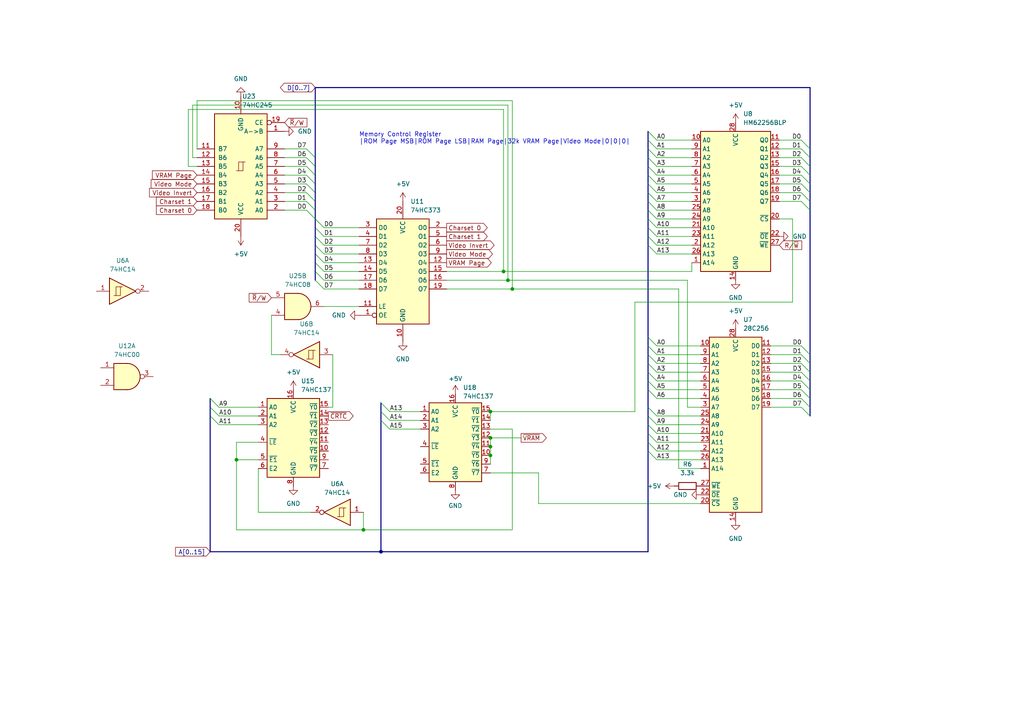
<source format=kicad_sch>
(kicad_sch (version 20230121) (generator eeschema)
  (paper "A4")
  (title_block (title "ʕ·ᴥ·ʔ-memory"))
  (lib_symbols
    (symbol "74xx:74HC00" (pin_names (offset 1.016))
      (property "Reference" "U" (at 0 1.27 0))
      (property "Value" "74HC00" (at 0 -1.27 0))
      (symbol "74HC00_1_1"
        (arc (start 0 -3.81) (mid 3.7934 0) (end 0 3.81) (stroke (width 0.254)) (fill (type background)))
        (polyline (pts (xy 0 3.81) (xy -3.81 3.81) (xy -3.81 -3.81) (xy 0 -3.81)) (stroke (width 0.254)) (fill (type background)))
        (pin input line (at -7.62 2.54 0) (length 3.81) (name "~") (number "1"))
        (pin input line (at -7.62 -2.54 0) (length 3.81) (name "~") (number "2"))
        (pin output inverted (at 7.62 0 180) (length 3.81) (name "~") (number "3"))
      )
      (symbol "74HC00_1_2"
        (arc (start -3.81 -3.81) (mid -2.589 0) (end -3.81 3.81) (stroke (width 0.254)))
        (arc (start -0.6096 -3.81) (mid 2.1842 -2.5851) (end 3.81 0) (stroke (width 0.254)) (fill (type background)))
        (polyline (pts (xy -3.81 -3.81) (xy -0.635 -3.81)) (stroke (width 0.254)) (fill (type background)))
        (polyline (pts (xy -3.81 3.81) (xy -0.635 3.81)) (stroke (width 0.254)) (fill (type background)))
        (polyline (pts (xy -0.635 3.81) (xy -3.81 3.81) (xy -3.81 3.81) (xy -3.556 3.4036) (xy -3.0226 2.2606) (xy -2.6924 1.0414) (xy -2.6162 -0.254) (xy -2.7686 -1.4986) (xy -3.175 -2.7178) (xy -3.81 -3.81) (xy -3.81 -3.81) (xy -0.635 -3.81)) (stroke (width -25.4)) (fill (type background)))
        (arc (start 3.81 0) (mid 2.1915 2.5936) (end -0.6096 3.81) (stroke (width 0.254)) (fill (type background)))
        (pin input inverted (at -7.62 2.54 0) (length 4.318) (name "~") (number "1"))
        (pin input inverted (at -7.62 -2.54 0) (length 4.318) (name "~") (number "2"))
        (pin output line (at 7.62 0 180) (length 3.81) (name "~") (number "3"))
      )
      (symbol "74HC00_2_1"
        (arc (start 0 -3.81) (mid 3.7934 0) (end 0 3.81) (stroke (width 0.254)) (fill (type background)))
        (polyline (pts (xy 0 3.81) (xy -3.81 3.81) (xy -3.81 -3.81) (xy 0 -3.81)) (stroke (width 0.254)) (fill (type background)))
        (pin input line (at -7.62 2.54 0) (length 3.81) (name "~") (number "4"))
        (pin input line (at -7.62 -2.54 0) (length 3.81) (name "~") (number "5"))
        (pin output inverted (at 7.62 0 180) (length 3.81) (name "~") (number "6"))
      )
      (symbol "74HC00_2_2"
        (arc (start -3.81 -3.81) (mid -2.589 0) (end -3.81 3.81) (stroke (width 0.254)))
        (arc (start -0.6096 -3.81) (mid 2.1842 -2.5851) (end 3.81 0) (stroke (width 0.254)) (fill (type background)))
        (polyline (pts (xy -3.81 -3.81) (xy -0.635 -3.81)) (stroke (width 0.254)) (fill (type background)))
        (polyline (pts (xy -3.81 3.81) (xy -0.635 3.81)) (stroke (width 0.254)) (fill (type background)))
        (polyline (pts (xy -0.635 3.81) (xy -3.81 3.81) (xy -3.81 3.81) (xy -3.556 3.4036) (xy -3.0226 2.2606) (xy -2.6924 1.0414) (xy -2.6162 -0.254) (xy -2.7686 -1.4986) (xy -3.175 -2.7178) (xy -3.81 -3.81) (xy -3.81 -3.81) (xy -0.635 -3.81)) (stroke (width -25.4)) (fill (type background)))
        (arc (start 3.81 0) (mid 2.1915 2.5936) (end -0.6096 3.81) (stroke (width 0.254)) (fill (type background)))
        (pin input inverted (at -7.62 2.54 0) (length 4.318) (name "~") (number "4"))
        (pin input inverted (at -7.62 -2.54 0) (length 4.318) (name "~") (number "5"))
        (pin output line (at 7.62 0 180) (length 3.81) (name "~") (number "6"))
      )
      (symbol "74HC00_3_1"
        (arc (start 0 -3.81) (mid 3.7934 0) (end 0 3.81) (stroke (width 0.254)) (fill (type background)))
        (polyline (pts (xy 0 3.81) (xy -3.81 3.81) (xy -3.81 -3.81) (xy 0 -3.81)) (stroke (width 0.254)) (fill (type background)))
        (pin input line (at -7.62 -2.54 0) (length 3.81) (name "~") (number "10"))
        (pin output inverted (at 7.62 0 180) (length 3.81) (name "~") (number "8"))
        (pin input line (at -7.62 2.54 0) (length 3.81) (name "~") (number "9"))
      )
      (symbol "74HC00_3_2"
        (arc (start -3.81 -3.81) (mid -2.589 0) (end -3.81 3.81) (stroke (width 0.254)))
        (arc (start -0.6096 -3.81) (mid 2.1842 -2.5851) (end 3.81 0) (stroke (width 0.254)) (fill (type background)))
        (polyline (pts (xy -3.81 -3.81) (xy -0.635 -3.81)) (stroke (width 0.254)) (fill (type background)))
        (polyline (pts (xy -3.81 3.81) (xy -0.635 3.81)) (stroke (width 0.254)) (fill (type background)))
        (polyline (pts (xy -0.635 3.81) (xy -3.81 3.81) (xy -3.81 3.81) (xy -3.556 3.4036) (xy -3.0226 2.2606) (xy -2.6924 1.0414) (xy -2.6162 -0.254) (xy -2.7686 -1.4986) (xy -3.175 -2.7178) (xy -3.81 -3.81) (xy -3.81 -3.81) (xy -0.635 -3.81)) (stroke (width -25.4)) (fill (type background)))
        (arc (start 3.81 0) (mid 2.1915 2.5936) (end -0.6096 3.81) (stroke (width 0.254)) (fill (type background)))
        (pin input inverted (at -7.62 -2.54 0) (length 4.318) (name "~") (number "10"))
        (pin output line (at 7.62 0 180) (length 3.81) (name "~") (number "8"))
        (pin input inverted (at -7.62 2.54 0) (length 4.318) (name "~") (number "9"))
      )
      (symbol "74HC00_4_1"
        (arc (start 0 -3.81) (mid 3.7934 0) (end 0 3.81) (stroke (width 0.254)) (fill (type background)))
        (polyline (pts (xy 0 3.81) (xy -3.81 3.81) (xy -3.81 -3.81) (xy 0 -3.81)) (stroke (width 0.254)) (fill (type background)))
        (pin output inverted (at 7.62 0 180) (length 3.81) (name "~") (number "11"))
        (pin input line (at -7.62 2.54 0) (length 3.81) (name "~") (number "12"))
        (pin input line (at -7.62 -2.54 0) (length 3.81) (name "~") (number "13"))
      )
      (symbol "74HC00_4_2"
        (arc (start -3.81 -3.81) (mid -2.589 0) (end -3.81 3.81) (stroke (width 0.254)))
        (arc (start -0.6096 -3.81) (mid 2.1842 -2.5851) (end 3.81 0) (stroke (width 0.254)) (fill (type background)))
        (polyline (pts (xy -3.81 -3.81) (xy -0.635 -3.81)) (stroke (width 0.254)) (fill (type background)))
        (polyline (pts (xy -3.81 3.81) (xy -0.635 3.81)) (stroke (width 0.254)) (fill (type background)))
        (polyline (pts (xy -0.635 3.81) (xy -3.81 3.81) (xy -3.81 3.81) (xy -3.556 3.4036) (xy -3.0226 2.2606) (xy -2.6924 1.0414) (xy -2.6162 -0.254) (xy -2.7686 -1.4986) (xy -3.175 -2.7178) (xy -3.81 -3.81) (xy -3.81 -3.81) (xy -0.635 -3.81)) (stroke (width -25.4)) (fill (type background)))
        (arc (start 3.81 0) (mid 2.1915 2.5936) (end -0.6096 3.81) (stroke (width 0.254)) (fill (type background)))
        (pin output line (at 7.62 0 180) (length 3.81) (name "~") (number "11"))
        (pin input inverted (at -7.62 2.54 0) (length 4.318) (name "~") (number "12"))
        (pin input inverted (at -7.62 -2.54 0) (length 4.318) (name "~") (number "13"))
      )
      (symbol "74HC00_5_0"
        (pin power_in line (at 0 12.7 270) (length 5.08) (name "VCC") (number "14"))
        (pin power_in line (at 0 -12.7 90) (length 5.08) (name "GND") (number "7"))
      )
      (symbol "74HC00_5_1"
        (rectangle (start -5.08 7.62) (end 5.08 -7.62) (stroke (width 0.254)) (fill (type background)))
      )
    )
    (symbol "74xx:74HC08"
      (property "Reference" "U" (at 0 1.27 0))
      (property "Value" "74HC08" (at 0 0 0))
      (symbol "74HC08_1_1"
        (polyline (pts (xy 1.27 3.81) (xy -2.54 3.81) (xy -2.54 -3.81) (xy 1.27 -3.81)) (stroke (width 0.254)) (fill (type background)))
        (arc (start 1.27 -3.81) (mid 5.0634 0) (end 1.27 3.81) (stroke (width 0.254)) (fill (type background)))
        (pin input line (at -6.35 2.54 0) (length 3.81) (name "~") (number "1"))
        (pin input line (at -6.35 -2.54 0) (length 3.81) (name "~") (number "2"))
        (pin output line (at 8.89 0 180) (length 3.81) (name "~") (number "3"))
      )
      (symbol "74HC08_2_1"
        (polyline (pts (xy 1.27 3.81) (xy -2.54 3.81) (xy -2.54 -3.81) (xy 1.27 -3.81)) (stroke (width 0.254)) (fill (type background)))
        (arc (start 1.27 -3.81) (mid 5.0634 0) (end 1.27 3.81) (stroke (width 0.254)) (fill (type background)))
        (pin input line (at -6.35 -2.54 0) (length 3.81) (name "~") (number "4"))
        (pin input line (at -6.35 2.54 0) (length 3.81) (name "~") (number "5"))
        (pin output line (at 8.89 0 180) (length 3.81) (name "~") (number "6"))
      )
      (symbol "74HC08_3_1"
        (polyline (pts (xy 1.27 3.81) (xy -2.54 3.81) (xy -2.54 -3.81) (xy 1.27 -3.81)) (stroke (width 0.254)) (fill (type background)))
        (arc (start 1.27 -3.81) (mid 5.0634 0) (end 1.27 3.81) (stroke (width 0.254)) (fill (type background)))
        (pin input line (at -6.35 2.54 0) (length 3.81) (name "~") (number "10"))
        (pin output line (at 8.89 0 180) (length 3.81) (name "~") (number "8"))
        (pin input line (at -6.35 -2.54 0) (length 3.81) (name "~") (number "9"))
      )
      (symbol "74HC08_4_1"
        (polyline (pts (xy 1.27 3.81) (xy -2.54 3.81) (xy -2.54 -3.81) (xy 1.27 -3.81)) (stroke (width 0.254)) (fill (type background)))
        (arc (start 1.27 -3.81) (mid 5.0634 0) (end 1.27 3.81) (stroke (width 0.254)) (fill (type background)))
        (pin output line (at 8.89 0 180) (length 3.81) (name "~") (number "11"))
        (pin input line (at -6.35 2.54 0) (length 3.81) (name "~") (number "12"))
        (pin input line (at -6.35 -2.54 0) (length 3.81) (name "~") (number "13"))
      )
      (symbol "74HC08_5_0"
        (pin power_in line (at 0 12.7 270) (length 5.08) (name "VCC") (number "14"))
        (pin power_in line (at 0 -12.7 90) (length 5.08) (name "GND") (number "7"))
      )
      (symbol "74HC08_5_1"
        (rectangle (start -5.08 7.62) (end 5.08 -7.62) (stroke (width 0.254)) (fill (type background)))
      )
    )
    (symbol "74xx:74HC137"
      (property "Reference" "U" (at -7.62 13.97 0))
      (property "Value" "74HC137" (at 2.54 -11.43 0))
      (symbol "74HC137_0_1"
        (rectangle (start -7.62 12.7) (end 7.62 -10.16) (stroke (width 0.254)) (fill (type background)))
      )
      (symbol "74HC137_1_1"
        (pin input line (at -10.16 10.16 0) (length 2.54) (name "A0") (number "1"))
        (pin output line (at 10.16 -2.54 180) (length 2.54) (name "~{Y5}") (number "10"))
        (pin output line (at 10.16 0 180) (length 2.54) (name "~{Y4}") (number "11"))
        (pin output line (at 10.16 2.54 180) (length 2.54) (name "~{Y3}") (number "12"))
        (pin output line (at 10.16 5.08 180) (length 2.54) (name "~{Y2}") (number "13"))
        (pin output line (at 10.16 7.62 180) (length 2.54) (name "~{Y1}") (number "14"))
        (pin output line (at 10.16 10.16 180) (length 2.54) (name "~{Y0}") (number "15"))
        (pin power_in line (at 0 15.24 270) (length 2.54) (name "VCC") (number "16"))
        (pin input line (at -10.16 7.62 0) (length 2.54) (name "A1") (number "2"))
        (pin input line (at -10.16 5.08 0) (length 2.54) (name "A2") (number "3"))
        (pin input line (at -10.16 0 0) (length 2.54) (name "~{LE}") (number "4"))
        (pin input line (at -10.16 -5.08 0) (length 2.54) (name "~{E1}") (number "5"))
        (pin input line (at -10.16 -7.62 0) (length 2.54) (name "E2") (number "6"))
        (pin output line (at 10.16 -7.62 180) (length 2.54) (name "~{Y7}") (number "7"))
        (pin power_in line (at 0 -12.7 90) (length 2.54) (name "GND") (number "8"))
        (pin output line (at 10.16 -5.08 180) (length 2.54) (name "~{Y6}") (number "9"))
      )
    )
    (symbol "74xx:74HC14" (pin_names (offset 1.016))
      (property "Reference" "U" (at 0 1.27 0))
      (property "Value" "74HC14" (at 0 -1.27 0))
      (symbol "74HC14_1_0"
        (polyline (pts (xy -3.81 3.81) (xy -3.81 -3.81) (xy 3.81 0) (xy -3.81 3.81)) (stroke (width 0.254)) (fill (type background)))
        (pin input line (at -7.62 0 0) (length 3.81) (name "~") (number "1"))
        (pin output inverted (at 7.62 0 180) (length 3.81) (name "~") (number "2"))
      )
      (symbol "74HC14_1_1"
        (polyline (pts (xy -1.905 -1.27) (xy -1.905 1.27) (xy -0.635 1.27)))
        (polyline (pts (xy -2.54 -1.27) (xy -0.635 -1.27) (xy -0.635 1.27) (xy 0 1.27)))
      )
      (symbol "74HC14_2_0"
        (polyline (pts (xy -3.81 3.81) (xy -3.81 -3.81) (xy 3.81 0) (xy -3.81 3.81)) (stroke (width 0.254)) (fill (type background)))
        (pin input line (at -7.62 0 0) (length 3.81) (name "~") (number "3"))
        (pin output inverted (at 7.62 0 180) (length 3.81) (name "~") (number "4"))
      )
      (symbol "74HC14_2_1"
        (polyline (pts (xy -1.905 -1.27) (xy -1.905 1.27) (xy -0.635 1.27)))
        (polyline (pts (xy -2.54 -1.27) (xy -0.635 -1.27) (xy -0.635 1.27) (xy 0 1.27)))
      )
      (symbol "74HC14_3_0"
        (polyline (pts (xy -3.81 3.81) (xy -3.81 -3.81) (xy 3.81 0) (xy -3.81 3.81)) (stroke (width 0.254)) (fill (type background)))
        (pin input line (at -7.62 0 0) (length 3.81) (name "~") (number "5"))
        (pin output inverted (at 7.62 0 180) (length 3.81) (name "~") (number "6"))
      )
      (symbol "74HC14_3_1"
        (polyline (pts (xy -1.905 -1.27) (xy -1.905 1.27) (xy -0.635 1.27)))
        (polyline (pts (xy -2.54 -1.27) (xy -0.635 -1.27) (xy -0.635 1.27) (xy 0 1.27)))
      )
      (symbol "74HC14_4_0"
        (polyline (pts (xy -3.81 3.81) (xy -3.81 -3.81) (xy 3.81 0) (xy -3.81 3.81)) (stroke (width 0.254)) (fill (type background)))
        (pin output inverted (at 7.62 0 180) (length 3.81) (name "~") (number "8"))
        (pin input line (at -7.62 0 0) (length 3.81) (name "~") (number "9"))
      )
      (symbol "74HC14_4_1"
        (polyline (pts (xy -1.905 -1.27) (xy -1.905 1.27) (xy -0.635 1.27)))
        (polyline (pts (xy -2.54 -1.27) (xy -0.635 -1.27) (xy -0.635 1.27) (xy 0 1.27)))
      )
      (symbol "74HC14_5_0"
        (polyline (pts (xy -3.81 3.81) (xy -3.81 -3.81) (xy 3.81 0) (xy -3.81 3.81)) (stroke (width 0.254)) (fill (type background)))
        (pin output inverted (at 7.62 0 180) (length 3.81) (name "~") (number "10"))
        (pin input line (at -7.62 0 0) (length 3.81) (name "~") (number "11"))
      )
      (symbol "74HC14_5_1"
        (polyline (pts (xy -1.905 -1.27) (xy -1.905 1.27) (xy -0.635 1.27)))
        (polyline (pts (xy -2.54 -1.27) (xy -0.635 -1.27) (xy -0.635 1.27) (xy 0 1.27)))
      )
      (symbol "74HC14_6_0"
        (polyline (pts (xy -3.81 3.81) (xy -3.81 -3.81) (xy 3.81 0) (xy -3.81 3.81)) (stroke (width 0.254)) (fill (type background)))
        (pin output inverted (at 7.62 0 180) (length 3.81) (name "~") (number "12"))
        (pin input line (at -7.62 0 0) (length 3.81) (name "~") (number "13"))
      )
      (symbol "74HC14_6_1"
        (polyline (pts (xy -1.905 -1.27) (xy -1.905 1.27) (xy -0.635 1.27)))
        (polyline (pts (xy -2.54 -1.27) (xy -0.635 -1.27) (xy -0.635 1.27) (xy 0 1.27)))
      )
      (symbol "74HC14_7_0"
        (pin power_in line (at 0 12.7 270) (length 5.08) (name "VCC") (number "14"))
        (pin power_in line (at 0 -12.7 90) (length 5.08) (name "GND") (number "7"))
      )
      (symbol "74HC14_7_1"
        (rectangle (start -5.08 7.62) (end 5.08 -7.62) (stroke (width 0.254)) (fill (type background)))
      )
    )
    (symbol "74xx:74HC245" (pin_names (offset 1.016))
      (property "Reference" "U" (at -7.62 16.51 0))
      (property "Value" "74HC245" (at -7.62 -16.51 0))
      (symbol "74HC245_1_0"
        (polyline (pts (xy -0.635 -1.27) (xy -0.635 1.27) (xy 0.635 1.27)))
        (polyline (pts (xy -1.27 -1.27) (xy 0.635 -1.27) (xy 0.635 1.27) (xy 1.27 1.27)))
        (pin input line (at -12.7 -10.16 0) (length 5.08) (name "A->B") (number "1"))
        (pin power_in line (at 0 -20.32 90) (length 5.08) (name "GND") (number "10"))
        (pin tri_state line (at 12.7 -5.08 180) (length 5.08) (name "B7") (number "11"))
        (pin tri_state line (at 12.7 -2.54 180) (length 5.08) (name "B6") (number "12"))
        (pin tri_state line (at 12.7 0 180) (length 5.08) (name "B5") (number "13"))
        (pin tri_state line (at 12.7 2.54 180) (length 5.08) (name "B4") (number "14"))
        (pin tri_state line (at 12.7 5.08 180) (length 5.08) (name "B3") (number "15"))
        (pin tri_state line (at 12.7 7.62 180) (length 5.08) (name "B2") (number "16"))
        (pin tri_state line (at 12.7 10.16 180) (length 5.08) (name "B1") (number "17"))
        (pin tri_state line (at 12.7 12.7 180) (length 5.08) (name "B0") (number "18"))
        (pin input inverted (at -12.7 -12.7 0) (length 5.08) (name "CE") (number "19"))
        (pin tri_state line (at -12.7 12.7 0) (length 5.08) (name "A0") (number "2"))
        (pin power_in line (at 0 20.32 270) (length 5.08) (name "VCC") (number "20"))
        (pin tri_state line (at -12.7 10.16 0) (length 5.08) (name "A1") (number "3"))
        (pin tri_state line (at -12.7 7.62 0) (length 5.08) (name "A2") (number "4"))
        (pin tri_state line (at -12.7 5.08 0) (length 5.08) (name "A3") (number "5"))
        (pin tri_state line (at -12.7 2.54 0) (length 5.08) (name "A4") (number "6"))
        (pin tri_state line (at -12.7 0 0) (length 5.08) (name "A5") (number "7"))
        (pin tri_state line (at -12.7 -2.54 0) (length 5.08) (name "A6") (number "8"))
        (pin tri_state line (at -12.7 -5.08 0) (length 5.08) (name "A7") (number "9"))
      )
      (symbol "74HC245_1_1"
        (rectangle (start -7.62 15.24) (end 7.62 -15.24) (stroke (width 0.254)) (fill (type background)))
      )
    )
    (symbol "74xx:74HC373"
      (property "Reference" "U" (at -7.62 16.51 0))
      (property "Value" "74HC373" (at -7.62 -16.51 0))
      (symbol "74HC373_1_0"
        (pin input inverted (at -12.7 -12.7 0) (length 5.08) (name "OE") (number "1"))
        (pin power_in line (at 0 -20.32 90) (length 5.08) (name "GND") (number "10"))
        (pin input line (at -12.7 -10.16 0) (length 5.08) (name "LE") (number "11"))
        (pin tri_state line (at 12.7 2.54 180) (length 5.08) (name "O4") (number "12"))
        (pin input line (at -12.7 2.54 0) (length 5.08) (name "D4") (number "13"))
        (pin input line (at -12.7 0 0) (length 5.08) (name "D5") (number "14"))
        (pin tri_state line (at 12.7 0 180) (length 5.08) (name "O5") (number "15"))
        (pin tri_state line (at 12.7 -2.54 180) (length 5.08) (name "O6") (number "16"))
        (pin input line (at -12.7 -2.54 0) (length 5.08) (name "D6") (number "17"))
        (pin input line (at -12.7 -5.08 0) (length 5.08) (name "D7") (number "18"))
        (pin tri_state line (at 12.7 -5.08 180) (length 5.08) (name "O7") (number "19"))
        (pin tri_state line (at 12.7 12.7 180) (length 5.08) (name "O0") (number "2"))
        (pin power_in line (at 0 20.32 270) (length 5.08) (name "VCC") (number "20"))
        (pin input line (at -12.7 12.7 0) (length 5.08) (name "D0") (number "3"))
        (pin input line (at -12.7 10.16 0) (length 5.08) (name "D1") (number "4"))
        (pin tri_state line (at 12.7 10.16 180) (length 5.08) (name "O1") (number "5"))
        (pin tri_state line (at 12.7 7.62 180) (length 5.08) (name "O2") (number "6"))
        (pin input line (at -12.7 7.62 0) (length 5.08) (name "D2") (number "7"))
        (pin input line (at -12.7 5.08 0) (length 5.08) (name "D3") (number "8"))
        (pin tri_state line (at 12.7 5.08 180) (length 5.08) (name "O3") (number "9"))
      )
      (symbol "74HC373_1_1"
        (rectangle (start -7.62 15.24) (end 7.62 -15.24) (stroke (width 0.254)) (fill (type background)))
      )
    )
    (symbol "Memory_EEPROM:28C256"
      (property "Reference" "U" (at -7.62 26.67 0))
      (property "Value" "28C256" (at 2.54 -26.67 0))
      (symbol "28C256_1_1"
        (rectangle (start -7.62 25.4) (end 7.62 -25.4) (stroke (width 0.254)) (fill (type background)))
        (pin input line (at -10.16 -12.7 0) (length 2.54) (name "A14") (number "1"))
        (pin input line (at -10.16 22.86 0) (length 2.54) (name "A0") (number "10"))
        (pin tri_state line (at 10.16 22.86 180) (length 2.54) (name "D0") (number "11"))
        (pin tri_state line (at 10.16 20.32 180) (length 2.54) (name "D1") (number "12"))
        (pin tri_state line (at 10.16 17.78 180) (length 2.54) (name "D2") (number "13"))
        (pin power_in line (at 0 -27.94 90) (length 2.54) (name "GND") (number "14"))
        (pin tri_state line (at 10.16 15.24 180) (length 2.54) (name "D3") (number "15"))
        (pin tri_state line (at 10.16 12.7 180) (length 2.54) (name "D4") (number "16"))
        (pin tri_state line (at 10.16 10.16 180) (length 2.54) (name "D5") (number "17"))
        (pin tri_state line (at 10.16 7.62 180) (length 2.54) (name "D6") (number "18"))
        (pin tri_state line (at 10.16 5.08 180) (length 2.54) (name "D7") (number "19"))
        (pin input line (at -10.16 -7.62 0) (length 2.54) (name "A12") (number "2"))
        (pin input line (at -10.16 -22.86 0) (length 2.54) (name "~{CS}") (number "20"))
        (pin input line (at -10.16 -2.54 0) (length 2.54) (name "A10") (number "21"))
        (pin input line (at -10.16 -20.32 0) (length 2.54) (name "~{OE}") (number "22"))
        (pin input line (at -10.16 -5.08 0) (length 2.54) (name "A11") (number "23"))
        (pin input line (at -10.16 0 0) (length 2.54) (name "A9") (number "24"))
        (pin input line (at -10.16 2.54 0) (length 2.54) (name "A8") (number "25"))
        (pin input line (at -10.16 -10.16 0) (length 2.54) (name "A13") (number "26"))
        (pin input line (at -10.16 -17.78 0) (length 2.54) (name "~{WE}") (number "27"))
        (pin power_in line (at 0 27.94 270) (length 2.54) (name "VCC") (number "28"))
        (pin input line (at -10.16 5.08 0) (length 2.54) (name "A7") (number "3"))
        (pin input line (at -10.16 7.62 0) (length 2.54) (name "A6") (number "4"))
        (pin input line (at -10.16 10.16 0) (length 2.54) (name "A5") (number "5"))
        (pin input line (at -10.16 12.7 0) (length 2.54) (name "A4") (number "6"))
        (pin input line (at -10.16 15.24 0) (length 2.54) (name "A3") (number "7"))
        (pin input line (at -10.16 17.78 0) (length 2.54) (name "A2") (number "8"))
        (pin input line (at -10.16 20.32 0) (length 2.54) (name "A1") (number "9"))
      )
    )
    (symbol "Memory_RAM:HM62256BLP"
      (property "Reference" "U" (at -10.16 20.955 0))
      (property "Value" "HM62256BLP" (at 2.54 20.955 0))
      (symbol "HM62256BLP_0_0"
        (pin power_in line (at 0 -22.86 90) (length 2.54) (name "GND") (number "14"))
        (pin power_in line (at 0 22.86 270) (length 2.54) (name "VCC") (number "28"))
      )
      (symbol "HM62256BLP_0_1"
        (rectangle (start -10.16 20.32) (end 10.16 -20.32) (stroke (width 0.254)) (fill (type background)))
      )
      (symbol "HM62256BLP_1_1"
        (pin input line (at -12.7 -17.78 0) (length 2.54) (name "A14") (number "1"))
        (pin input line (at -12.7 17.78 0) (length 2.54) (name "A0") (number "10"))
        (pin tri_state line (at 12.7 17.78 180) (length 2.54) (name "Q0") (number "11"))
        (pin tri_state line (at 12.7 15.24 180) (length 2.54) (name "Q1") (number "12"))
        (pin tri_state line (at 12.7 12.7 180) (length 2.54) (name "Q2") (number "13"))
        (pin tri_state line (at 12.7 10.16 180) (length 2.54) (name "Q3") (number "15"))
        (pin tri_state line (at 12.7 7.62 180) (length 2.54) (name "Q4") (number "16"))
        (pin tri_state line (at 12.7 5.08 180) (length 2.54) (name "Q5") (number "17"))
        (pin tri_state line (at 12.7 2.54 180) (length 2.54) (name "Q6") (number "18"))
        (pin tri_state line (at 12.7 0 180) (length 2.54) (name "Q7") (number "19"))
        (pin input line (at -12.7 -12.7 0) (length 2.54) (name "A12") (number "2"))
        (pin input line (at 12.7 -5.08 180) (length 2.54) (name "~{CS}") (number "20"))
        (pin input line (at -12.7 -7.62 0) (length 2.54) (name "A10") (number "21"))
        (pin input line (at 12.7 -10.16 180) (length 2.54) (name "~{OE}") (number "22"))
        (pin input line (at -12.7 -10.16 0) (length 2.54) (name "A11") (number "23"))
        (pin input line (at -12.7 -5.08 0) (length 2.54) (name "A9") (number "24"))
        (pin input line (at -12.7 -2.54 0) (length 2.54) (name "A8") (number "25"))
        (pin input line (at -12.7 -15.24 0) (length 2.54) (name "A13") (number "26"))
        (pin input line (at 12.7 -12.7 180) (length 2.54) (name "~{WE}") (number "27"))
        (pin input line (at -12.7 0 0) (length 2.54) (name "A7") (number "3"))
        (pin input line (at -12.7 2.54 0) (length 2.54) (name "A6") (number "4"))
        (pin input line (at -12.7 5.08 0) (length 2.54) (name "A5") (number "5"))
        (pin input line (at -12.7 7.62 0) (length 2.54) (name "A4") (number "6"))
        (pin input line (at -12.7 10.16 0) (length 2.54) (name "A3") (number "7"))
        (pin input line (at -12.7 12.7 0) (length 2.54) (name "A2") (number "8"))
        (pin input line (at -12.7 15.24 0) (length 2.54) (name "A1") (number "9"))
      )
    )
    (symbol "kitty:R" (pin_numbers hide) (pin_names (offset 0))
      (property "Reference" "R" (at 2.032 0 90))
      (property "Value" "R" (at 0 0 90))
      (symbol "R_0_1"
        (rectangle (start -1.016 -2.54) (end 1.016 2.54) (stroke (width 0.254)))
      )
      (symbol "R_1_1"
        (pin passive line (at 0 3.81 270) (length 1.27) (name "~") (number "1"))
        (pin passive line (at 0 -3.81 90) (length 1.27) (name "~") (number "2"))
      )
    )
    (symbol "power:+5V" (power) (pin_names (offset 0))
      (property "Value" "+5V" (at 0 3.556 0))
      (symbol "+5V_0_1"
        (polyline (pts (xy -0.762 1.27) (xy 0 2.54)))
        (polyline (pts (xy 0 0) (xy 0 2.54)))
        (polyline (pts (xy 0 2.54) (xy 0.762 1.27)))
      )
      (symbol "+5V_1_1"
        (pin power_in line (at 0 0 90) (length 0) hide (name "+5V") (number "1"))
      )
    )
    (symbol "power:GND" (power) (pin_names (offset 0))
      (property "Value" "GND" (at 0 -3.81 0))
      (symbol "GND_0_1"
        (polyline (pts (xy 0 0) (xy 0 -1.27) (xy 1.27 -1.27) (xy 0 -2.54) (xy -1.27 -1.27) (xy 0 -1.27)))
      )
      (symbol "GND_1_1"
        (pin power_in line (at 0 0 270) (length 0) hide (name "GND") (number "1"))
      )
    )
  )
  (junction (at 142.24 119.38))
  (junction (at 146.05 78.74))
  (junction (at 142.24 129.54))
  (junction (at 68.58 133.35))
  (junction (at 142.24 132.08))
  (junction (at 147.32 81.28))
  (junction (at 148.59 83.82))
  (junction (at 142.24 127))
  (junction (at 105.41 153.67))
  (junction (at 110.49 160.02))
  (bus_entry (at 91.44 73.66) (size 2.54 2.54))
  (bus_entry (at 110.49 116.84) (size 2.54 2.54))
  (bus_entry (at 60.96 120.65) (size 2.54 2.54))
  (bus_entry (at 91.44 71.12) (size 2.54 2.54))
  (bus_entry (at 187.96 71.12) (size 2.54 2.54))
  (bus_entry (at 88.9 53.34) (size 2.54 2.54))
  (bus_entry (at 187.96 63.5) (size 2.54 2.54))
  (bus_entry (at 187.96 50.8) (size 2.54 2.54))
  (bus_entry (at 91.44 66.04) (size 2.54 2.54))
  (bus_entry (at 232.41 105.41) (size 2.54 2.54))
  (bus_entry (at 232.41 113.03) (size 2.54 2.54))
  (bus_entry (at 91.44 81.28) (size 2.54 2.54))
  (bus_entry (at 110.49 121.92) (size 2.54 2.54))
  (bus_entry (at 187.96 66.04) (size 2.54 2.54))
  (bus_entry (at 187.96 55.88) (size 2.54 2.54))
  (bus_entry (at 187.96 45.72) (size 2.54 2.54))
  (bus_entry (at 88.9 43.18) (size 2.54 2.54))
  (bus_entry (at 232.41 110.49) (size 2.54 2.54))
  (bus_entry (at 187.96 48.26) (size 2.54 2.54))
  (bus_entry (at 232.41 102.87) (size 2.54 2.54))
  (bus_entry (at 88.9 50.8) (size 2.54 2.54))
  (bus_entry (at 60.96 118.11) (size 2.54 2.54))
  (bus_entry (at 232.41 50.8) (size 2.54 2.54))
  (bus_entry (at 187.96 120.65) (size 2.54 2.54))
  (bus_entry (at 232.41 107.95) (size 2.54 2.54))
  (bus_entry (at 232.41 48.26) (size 2.54 2.54))
  (bus_entry (at 187.96 107.95) (size 2.54 2.54))
  (bus_entry (at 187.96 110.49) (size 2.54 2.54))
  (bus_entry (at 91.44 76.2) (size 2.54 2.54))
  (bus_entry (at 187.96 123.19) (size 2.54 2.54))
  (bus_entry (at 187.96 113.03) (size 2.54 2.54))
  (bus_entry (at 187.96 130.81) (size 2.54 2.54))
  (bus_entry (at 187.96 40.64) (size 2.54 2.54))
  (bus_entry (at 187.96 60.96) (size 2.54 2.54))
  (bus_entry (at 232.41 100.33) (size 2.54 2.54))
  (bus_entry (at 187.96 97.79) (size 2.54 2.54))
  (bus_entry (at 232.41 53.34) (size 2.54 2.54))
  (bus_entry (at 187.96 100.33) (size 2.54 2.54))
  (bus_entry (at 232.41 40.64) (size 2.54 2.54))
  (bus_entry (at 232.41 58.42) (size 2.54 2.54))
  (bus_entry (at 110.49 119.38) (size 2.54 2.54))
  (bus_entry (at 187.96 102.87) (size 2.54 2.54))
  (bus_entry (at 187.96 58.42) (size 2.54 2.54))
  (bus_entry (at 187.96 118.11) (size 2.54 2.54))
  (bus_entry (at 91.44 68.58) (size 2.54 2.54))
  (bus_entry (at 187.96 128.27) (size 2.54 2.54))
  (bus_entry (at 187.96 125.73) (size 2.54 2.54))
  (bus_entry (at 232.41 55.88) (size 2.54 2.54))
  (bus_entry (at 232.41 43.18) (size 2.54 2.54))
  (bus_entry (at 232.41 115.57) (size 2.54 2.54))
  (bus_entry (at 187.96 43.18) (size 2.54 2.54))
  (bus_entry (at 91.44 78.74) (size 2.54 2.54))
  (bus_entry (at 91.44 63.5) (size 2.54 2.54))
  (bus_entry (at 60.96 115.57) (size 2.54 2.54))
  (bus_entry (at 88.9 58.42) (size 2.54 2.54))
  (bus_entry (at 232.41 118.11) (size 2.54 2.54))
  (bus_entry (at 187.96 105.41) (size 2.54 2.54))
  (bus_entry (at 187.96 38.1) (size 2.54 2.54))
  (bus_entry (at 232.41 45.72) (size 2.54 2.54))
  (bus_entry (at 88.9 48.26) (size 2.54 2.54))
  (bus_entry (at 88.9 55.88) (size 2.54 2.54))
  (bus_entry (at 187.96 53.34) (size 2.54 2.54))
  (bus_entry (at 88.9 45.72) (size 2.54 2.54))
  (bus_entry (at 187.96 68.58) (size 2.54 2.54))
  (bus_entry (at 88.9 60.96) (size 2.54 2.54))
  (wire (pts (xy 223.52 107.95) (xy 232.41 107.95)))
  (wire (pts (xy 82.55 53.34) (xy 88.9 53.34)))
  (wire (pts (xy 63.5 120.65) (xy 74.93 120.65)))
  (wire (pts (xy 190.5 48.26) (xy 200.66 48.26)))
  (bus (pts (xy 187.96 102.87) (xy 187.96 105.41)))
  (wire (pts (xy 229.87 63.5) (xy 226.06 63.5)))
  (bus (pts (xy 187.96 63.5) (xy 187.96 66.04)))
  (bus (pts (xy 187.96 105.41) (xy 187.96 107.95)))
  (bus (pts (xy 91.44 71.12) (xy 91.44 73.66)))
  (wire (pts (xy 54.61 48.26) (xy 57.15 48.26)))
  (wire (pts (xy 57.15 29.21) (xy 57.15 43.18)))
  (wire (pts (xy 226.06 50.8) (xy 232.41 50.8)))
  (bus (pts (xy 187.96 100.33) (xy 187.96 102.87)))
  (wire (pts (xy 105.41 153.67) (xy 148.59 153.67)))
  (bus (pts (xy 187.96 40.64) (xy 187.96 43.18)))
  (wire (pts (xy 82.55 60.96) (xy 88.9 60.96)))
  (bus (pts (xy 187.96 60.96) (xy 187.96 63.5)))
  (wire (pts (xy 223.52 115.57) (xy 232.41 115.57)))
  (wire (pts (xy 223.52 105.41) (xy 232.41 105.41)))
  (wire (pts (xy 55.88 30.48) (xy 55.88 45.72)))
  (wire (pts (xy 199.39 118.11) (xy 199.39 81.28)))
  (wire (pts (xy 146.05 78.74) (xy 146.05 31.75)))
  (bus (pts (xy 91.44 25.4) (xy 91.44 45.72)))
  (wire (pts (xy 146.05 78.74) (xy 200.66 78.74)))
  (bus (pts (xy 234.95 102.87) (xy 234.95 105.41)))
  (bus (pts (xy 187.96 55.88) (xy 187.96 58.42)))
  (bus (pts (xy 91.44 45.72) (xy 91.44 48.26)))
  (bus (pts (xy 187.96 38.1) (xy 187.96 40.64)))
  (bus (pts (xy 187.96 68.58) (xy 187.96 71.12)))
  (bus (pts (xy 187.96 45.72) (xy 187.96 48.26)))
  (bus (pts (xy 234.95 48.26) (xy 234.95 50.8)))
  (wire (pts (xy 82.55 50.8) (xy 88.9 50.8)))
  (bus (pts (xy 234.95 53.34) (xy 234.95 55.88)))
  (wire (pts (xy 82.55 45.72) (xy 88.9 45.72)))
  (wire (pts (xy 190.5 66.04) (xy 200.66 66.04)))
  (wire (pts (xy 190.5 120.65) (xy 203.2 120.65)))
  (wire (pts (xy 147.32 81.28) (xy 147.32 30.48)))
  (bus (pts (xy 91.44 58.42) (xy 91.44 60.96)))
  (wire (pts (xy 226.06 43.18) (xy 232.41 43.18)))
  (bus (pts (xy 187.96 110.49) (xy 187.96 113.03)))
  (wire (pts (xy 190.5 107.95) (xy 203.2 107.95)))
  (wire (pts (xy 226.06 40.64) (xy 232.41 40.64)))
  (wire (pts (xy 190.5 130.81) (xy 203.2 130.81)))
  (wire (pts (xy 190.5 128.27) (xy 203.2 128.27)))
  (wire (pts (xy 82.55 48.26) (xy 88.9 48.26)))
  (wire (pts (xy 190.5 50.8) (xy 200.66 50.8)))
  (wire (pts (xy 190.5 55.88) (xy 200.66 55.88)))
  (bus (pts (xy 110.49 160.02) (xy 187.96 160.02)))
  (bus (pts (xy 234.95 105.41) (xy 234.95 107.95)))
  (wire (pts (xy 96.52 102.87) (xy 96.52 118.11)))
  (bus (pts (xy 187.96 125.73) (xy 187.96 128.27)))
  (wire (pts (xy 190.5 45.72) (xy 200.66 45.72)))
  (wire (pts (xy 142.24 137.16) (xy 156.21 137.16)))
  (wire (pts (xy 190.5 100.33) (xy 203.2 100.33)))
  (bus (pts (xy 91.44 76.2) (xy 91.44 78.74)))
  (wire (pts (xy 148.59 124.46) (xy 148.59 153.67)))
  (wire (pts (xy 113.03 119.38) (xy 121.92 119.38)))
  (wire (pts (xy 63.5 118.11) (xy 74.93 118.11)))
  (bus (pts (xy 110.49 121.92) (xy 110.49 160.02)))
  (wire (pts (xy 93.98 73.66) (xy 104.14 73.66)))
  (wire (pts (xy 93.98 68.58) (xy 104.14 68.58)))
  (wire (pts (xy 190.5 125.73) (xy 203.2 125.73)))
  (wire (pts (xy 190.5 43.18) (xy 200.66 43.18)))
  (wire (pts (xy 190.5 63.5) (xy 200.66 63.5)))
  (wire (pts (xy 63.5 123.19) (xy 74.93 123.19)))
  (wire (pts (xy 148.59 83.82) (xy 148.59 29.21)))
  (bus (pts (xy 234.95 110.49) (xy 234.95 113.03)))
  (wire (pts (xy 82.55 43.18) (xy 88.9 43.18)))
  (wire (pts (xy 147.32 81.28) (xy 199.39 81.28)))
  (bus (pts (xy 234.95 50.8) (xy 234.95 53.34)))
  (bus (pts (xy 234.95 115.57) (xy 234.95 118.11)))
  (wire (pts (xy 156.21 137.16) (xy 156.21 146.05)))
  (bus (pts (xy 187.96 118.11) (xy 187.96 120.65)))
  (bus (pts (xy 60.96 118.11) (xy 60.96 120.65)))
  (wire (pts (xy 190.5 68.58) (xy 200.66 68.58)))
  (bus (pts (xy 234.95 45.72) (xy 234.95 48.26)))
  (bus (pts (xy 187.96 48.26) (xy 187.96 50.8)))
  (wire (pts (xy 93.98 71.12) (xy 104.14 71.12)))
  (wire (pts (xy 199.39 118.11) (xy 203.2 118.11)))
  (bus (pts (xy 187.96 66.04) (xy 187.96 68.58)))
  (wire (pts (xy 93.98 81.28) (xy 104.14 81.28)))
  (bus (pts (xy 234.95 55.88) (xy 234.95 58.42)))
  (wire (pts (xy 55.88 45.72) (xy 57.15 45.72)))
  (wire (pts (xy 196.85 135.89) (xy 203.2 135.89)))
  (bus (pts (xy 187.96 113.03) (xy 187.96 118.11)))
  (wire (pts (xy 129.54 78.74) (xy 146.05 78.74)))
  (wire (pts (xy 190.5 53.34) (xy 200.66 53.34)))
  (wire (pts (xy 93.98 83.82) (xy 104.14 83.82)))
  (wire (pts (xy 113.03 121.92) (xy 121.92 121.92)))
  (wire (pts (xy 223.52 102.87) (xy 232.41 102.87)))
  (bus (pts (xy 187.96 53.34) (xy 187.96 55.88)))
  (bus (pts (xy 234.95 113.03) (xy 234.95 115.57)))
  (wire (pts (xy 78.74 102.87) (xy 81.28 102.87)))
  (wire (pts (xy 74.93 133.35) (xy 68.58 133.35)))
  (wire (pts (xy 190.5 73.66) (xy 200.66 73.66)))
  (bus (pts (xy 187.96 120.65) (xy 187.96 123.19)))
  (wire (pts (xy 82.55 55.88) (xy 88.9 55.88)))
  (wire (pts (xy 54.61 31.75) (xy 146.05 31.75)))
  (bus (pts (xy 91.44 53.34) (xy 91.44 55.88)))
  (wire (pts (xy 223.52 118.11) (xy 232.41 118.11)))
  (wire (pts (xy 190.5 123.19) (xy 203.2 123.19)))
  (wire (pts (xy 95.25 118.11) (xy 96.52 118.11)))
  (bus (pts (xy 234.95 118.11) (xy 234.95 120.65)))
  (wire (pts (xy 78.74 91.44) (xy 78.74 102.87)))
  (bus (pts (xy 91.44 66.04) (xy 91.44 68.58)))
  (wire (pts (xy 190.5 115.57) (xy 203.2 115.57)))
  (bus (pts (xy 110.49 116.84) (xy 110.49 119.38)))
  (wire (pts (xy 226.06 45.72) (xy 232.41 45.72)))
  (bus (pts (xy 110.49 160.02) (xy 60.96 160.02)))
  (wire (pts (xy 142.24 119.38) (xy 184.15 119.38)))
  (wire (pts (xy 113.03 124.46) (xy 121.92 124.46)))
  (bus (pts (xy 187.96 123.19) (xy 187.96 125.73)))
  (bus (pts (xy 234.95 107.95) (xy 234.95 110.49)))
  (wire (pts (xy 190.5 40.64) (xy 200.66 40.64)))
  (bus (pts (xy 91.44 48.26) (xy 91.44 50.8)))
  (bus (pts (xy 91.44 68.58) (xy 91.44 71.12)))
  (wire (pts (xy 190.5 58.42) (xy 200.66 58.42)))
  (wire (pts (xy 190.5 102.87) (xy 203.2 102.87)))
  (wire (pts (xy 226.06 58.42) (xy 232.41 58.42)))
  (bus (pts (xy 187.96 43.18) (xy 187.96 45.72)))
  (wire (pts (xy 226.06 48.26) (xy 232.41 48.26)))
  (wire (pts (xy 190.5 113.03) (xy 203.2 113.03)))
  (wire (pts (xy 156.21 146.05) (xy 203.2 146.05)))
  (bus (pts (xy 91.44 25.4) (xy 234.95 25.4)))
  (bus (pts (xy 91.44 50.8) (xy 91.44 53.34)))
  (wire (pts (xy 223.52 113.03) (xy 232.41 113.03)))
  (bus (pts (xy 91.44 55.88) (xy 91.44 58.42)))
  (wire (pts (xy 105.41 148.59) (xy 105.41 153.67)))
  (wire (pts (xy 184.15 87.63) (xy 229.87 87.63)))
  (wire (pts (xy 190.5 105.41) (xy 203.2 105.41)))
  (bus (pts (xy 91.44 73.66) (xy 91.44 76.2)))
  (bus (pts (xy 187.96 50.8) (xy 187.96 53.34)))
  (wire (pts (xy 196.85 135.89) (xy 196.85 83.82)))
  (wire (pts (xy 142.24 127) (xy 142.24 129.54)))
  (wire (pts (xy 226.06 55.88) (xy 232.41 55.88)))
  (wire (pts (xy 142.24 129.54) (xy 142.24 132.08)))
  (bus (pts (xy 234.95 43.18) (xy 234.95 45.72)))
  (wire (pts (xy 82.55 58.42) (xy 88.9 58.42)))
  (bus (pts (xy 187.96 71.12) (xy 187.96 97.79)))
  (wire (pts (xy 190.5 60.96) (xy 200.66 60.96)))
  (bus (pts (xy 187.96 128.27) (xy 187.96 130.81)))
  (wire (pts (xy 93.98 88.9) (xy 104.14 88.9)))
  (wire (pts (xy 148.59 29.21) (xy 57.15 29.21)))
  (wire (pts (xy 142.24 124.46) (xy 148.59 124.46)))
  (bus (pts (xy 234.95 25.4) (xy 234.95 43.18)))
  (wire (pts (xy 223.52 110.49) (xy 232.41 110.49)))
  (wire (pts (xy 68.58 133.35) (xy 68.58 153.67)))
  (wire (pts (xy 226.06 53.34) (xy 232.41 53.34)))
  (wire (pts (xy 190.5 71.12) (xy 200.66 71.12)))
  (wire (pts (xy 142.24 127) (xy 151.13 127)))
  (wire (pts (xy 93.98 66.04) (xy 104.14 66.04)))
  (wire (pts (xy 68.58 153.67) (xy 105.41 153.67)))
  (wire (pts (xy 54.61 31.75) (xy 54.61 48.26)))
  (bus (pts (xy 91.44 78.74) (xy 91.44 81.28)))
  (wire (pts (xy 74.93 148.59) (xy 90.17 148.59)))
  (bus (pts (xy 60.96 115.57) (xy 60.96 118.11)))
  (bus (pts (xy 187.96 97.79) (xy 187.96 100.33)))
  (wire (pts (xy 184.15 87.63) (xy 184.15 119.38)))
  (wire (pts (xy 190.5 133.35) (xy 203.2 133.35)))
  (wire (pts (xy 68.58 128.27) (xy 68.58 133.35)))
  (wire (pts (xy 190.5 110.49) (xy 203.2 110.49)))
  (wire (pts (xy 229.87 63.5) (xy 229.87 87.63)))
  (bus (pts (xy 187.96 107.95) (xy 187.96 110.49)))
  (wire (pts (xy 142.24 119.38) (xy 142.24 121.92)))
  (bus (pts (xy 234.95 60.96) (xy 234.95 102.87)))
  (wire (pts (xy 93.98 78.74) (xy 104.14 78.74)))
  (wire (pts (xy 68.58 128.27) (xy 74.93 128.27)))
  (bus (pts (xy 187.96 58.42) (xy 187.96 60.96)))
  (bus (pts (xy 91.44 60.96) (xy 91.44 63.5)))
  (wire (pts (xy 147.32 30.48) (xy 55.88 30.48)))
  (bus (pts (xy 91.44 63.5) (xy 91.44 66.04)))
  (wire (pts (xy 223.52 100.33) (xy 232.41 100.33)))
  (wire (pts (xy 200.66 78.74) (xy 200.66 76.2)))
  (wire (pts (xy 148.59 83.82) (xy 196.85 83.82)))
  (wire (pts (xy 142.24 132.08) (xy 142.24 134.62)))
  (wire (pts (xy 74.93 135.89) (xy 74.93 148.59)))
  (wire (pts (xy 129.54 83.82) (xy 148.59 83.82)))
  (wire (pts (xy 93.98 76.2) (xy 104.14 76.2)))
  (bus (pts (xy 110.49 119.38) (xy 110.49 121.92)))
  (bus (pts (xy 60.96 120.65) (xy 60.96 160.02)))
  (wire (pts (xy 129.54 81.28) (xy 147.32 81.28)))
  (bus (pts (xy 187.96 130.81) (xy 187.96 160.02)))
  (bus (pts (xy 234.95 58.42) (xy 234.95 60.96)))
  (text "Memory Control Register\n|ROM Page MSB|ROM Page LSB|RAM Page|32k VRAM Page|Video Mode|0|0|0|" (at 104.14 41.91 0) (effects (font (size 1.27 1.27)) (justify left bottom)))
  (label "D3" (at 232.41 48.26 180))
  (label "A9" (at 63.5 118.11 0))
  (label "A1" (at 190.5 43.18 0))
  (label "A14" (at 113.03 121.92 0))
  (label "A11" (at 63.5 123.19 0))
  (label "D4" (at 93.98 76.2 0))
  (label "A12" (at 190.5 130.81 0))
  (label "A9" (at 190.5 63.5 0))
  (label "A9" (at 190.5 123.19 0))
  (label "D2" (at 229.87 105.41 0))
  (label "D0" (at 88.9 60.96 180))
  (label "A10" (at 63.5 120.65 0))
  (label "D7" (at 88.9 43.18 180))
  (label "A5" (at 190.5 53.34 0))
  (label "D6" (at 88.9 45.72 180))
  (label "D5" (at 229.87 113.03 0))
  (label "A13" (at 190.5 73.66 0))
  (label "D5" (at 88.9 48.26 180))
  (label "A6" (at 190.5 55.88 0))
  (label "D1" (at 229.87 102.87 0))
  (label "A3" (at 190.5 48.26 0))
  (label "A8" (at 190.5 120.65 0))
  (label "A7" (at 190.5 58.42 0))
  (label "D0" (at 93.98 66.04 0))
  (label "A11" (at 190.5 128.27 0))
  (label "A15" (at 113.03 124.46 0))
  (label "A6" (at 190.5 115.57 0))
  (label "D6" (at 229.87 115.57 0))
  (label "D7" (at 229.87 118.11 0))
  (label "A2" (at 190.5 45.72 0))
  (label "D4" (at 229.87 110.49 0))
  (label "D6" (at 93.98 81.28 0))
  (label "A12" (at 190.5 71.12 0))
  (label "D6" (at 232.41 55.88 180))
  (label "A13" (at 113.03 119.38 0))
  (label "A2" (at 190.5 105.41 0))
  (label "A3" (at 190.5 107.95 0))
  (label "A10" (at 190.5 125.73 0))
  (label "A11" (at 190.5 68.58 0))
  (label "D2" (at 88.9 55.88 180))
  (label "D0" (at 232.41 40.64 180))
  (label "D3" (at 93.98 73.66 0))
  (label "D4" (at 232.41 50.8 180))
  (label "A5" (at 190.5 113.03 0))
  (label "D1" (at 232.41 43.18 180))
  (label "D1" (at 93.98 68.58 0))
  (label "D2" (at 93.98 71.12 0))
  (label "D5" (at 232.41 53.34 180))
  (label "D1" (at 88.9 58.42 180))
  (label "D5" (at 93.98 78.74 0))
  (label "A13" (at 190.5 133.35 0))
  (label "D7" (at 232.41 58.42 180))
  (label "A1" (at 190.5 102.87 0))
  (label "D4" (at 88.9 50.8 180))
  (label "A8" (at 190.5 60.96 0))
  (label "A10" (at 190.5 66.04 0))
  (label "D7" (at 93.98 83.82 0))
  (label "D3" (at 88.9 53.34 180))
  (label "D0" (at 229.87 100.33 0))
  (label "D3" (at 229.87 107.95 0))
  (label "A4" (at 190.5 50.8 0))
  (label "A4" (at 190.5 110.49 0))
  (label "D2" (at 232.41 45.72 180))
  (label "A0" (at 190.5 100.33 0))
  (label "A0" (at 190.5 40.64 0))
  (global_label "~{R}{slash}W" (shape input) (at 78.74 86.36 180) (property "Intersheetrefs" "${INTERSHEET_REFS}" (effects hide)))
  (global_label "Video Invert" (shape input) (at 57.15 55.88 180) (property "Intersheetrefs" "${INTERSHEET_REFS}" (effects hide)))
  (global_label "VRAM Page" (shape input) (at 57.15 50.8 180) (property "Intersheetrefs" "${INTERSHEET_REFS}" (effects hide)))
  (global_label "D[0..7]" (shape bidirectional) (at 91.44 25.4 180) (property "Intersheetrefs" "${INTERSHEET_REFS}" (effects hide)))
  (global_label "Video Invert" (shape output) (at 129.54 71.12 0) (property "Intersheetrefs" "${INTERSHEET_REFS}" (effects hide)))
  (global_label "Charset 0" (shape output) (at 129.54 66.04 0) (property "Intersheetrefs" "${INTERSHEET_REFS}" (effects hide)))
  (global_label "~{CRTC}" (shape output) (at 95.25 120.65 0) (property "Intersheetrefs" "${INTERSHEET_REFS}" (effects hide)))
  (global_label "VRAM Page" (shape output) (at 129.54 76.2 0) (property "Intersheetrefs" "${INTERSHEET_REFS}" (effects hide)))
  (global_label "Video Mode" (shape output) (at 129.54 73.66 0) (property "Intersheetrefs" "${INTERSHEET_REFS}" (effects hide)))
  (global_label "Charset 0" (shape input) (at 57.15 60.96 180) (property "Intersheetrefs" "${INTERSHEET_REFS}" (effects hide)))
  (global_label "~{R}{slash}W" (shape input) (at 82.55 35.56 0) (property "Intersheetrefs" "${INTERSHEET_REFS}" (effects hide)))
  (global_label "A[0..15]" (shape input) (at 60.96 160.02 180) (property "Intersheetrefs" "${INTERSHEET_REFS}" (effects hide)))
  (global_label "R{slash}~{W}" (shape input) (at 226.06 71.12 0) (property "Intersheetrefs" "${INTERSHEET_REFS}" (effects hide)))
  (global_label "Charset 1" (shape output) (at 129.54 68.58 0) (property "Intersheetrefs" "${INTERSHEET_REFS}" (effects hide)))
  (global_label "Charset 1" (shape input) (at 57.15 58.42 180) (property "Intersheetrefs" "${INTERSHEET_REFS}" (effects hide)))
  (global_label "Video Mode" (shape input) (at 57.15 53.34 180) (property "Intersheetrefs" "${INTERSHEET_REFS}" (effects hide)))
  (global_label "~{VRAM}" (shape output) (at 151.13 127 0) (property "Intersheetrefs" "${INTERSHEET_REFS}" (effects hide)))
  (symbol (lib_id "74xx:74HC137") (at 132.08 129.54 0) (unit 1)
    (property "Reference" "U18" (at 134.2741 112.395 0) (effects (justify left)))
    (property "Value" "74HC137" (at 134.2741 114.935 0) (effects (justify left)))
    (property "Datasheet" "http://www.ti.com/lit/ds/symlink/cd74hc237.pdf" (effects hide))
  )
  (symbol (lib_id "power:+5V") (at 213.36 95.25 0) (unit 1)
    (property "Reference" "#PWR019" (effects hide))
    (property "Value" "+5V" (at 213.36 90.17 0))
  )
  (symbol (lib_id "74xx:74HC14") (at 88.9 102.87 180) (unit 2)
    (property "Reference" "U6" (at 88.9 93.98 0))
    (property "Value" "74HC14" (at 88.9 96.52 0))
    (property "Datasheet" "http://www.ti.com/lit/gpn/sn74HC14" (effects hide))
  )
  (symbol (lib_id "power:+5V") (at 213.36 35.56 0) (unit 1)
    (property "Reference" "#PWR031" (effects hide))
    (property "Value" "+5V" (at 213.36 30.48 0))
  )
  (symbol (lib_id "74xx:74HC14") (at 97.79 148.59 180) (unit 1)
    (property "Reference" "U6" (at 97.79 140.335 0))
    (property "Value" "74HC14" (at 97.79 142.875 0))
    (property "Datasheet" "http://www.ti.com/lit/gpn/sn74HC14" (effects hide))
    (instances (project "george" (path "" (reference "U6") (unit 1)) (path "" (reference "U6") (unit 3)) (path "" (reference "U6") (unit 3))))
  )
  (symbol (lib_id "power:GND") (at 104.14 91.44 270) (unit 1)
    (property "Reference" "#PWR041" (effects hide))
    (property "Value" "GND" (at 100.33 91.44 90) (effects (justify right)))
  )
  (symbol (lib_id "power:GND") (at 213.36 81.28 0) (unit 1)
    (property "Reference" "#PWR011" (effects hide))
    (property "Value" "GND" (at 213.36 86.36 0))
  )
  (symbol (lib_id "power:GND") (at 116.84 99.06 0) (unit 1)
    (property "Reference" "#PWR017" (effects hide))
    (property "Value" "GND" (at 116.84 104.14 0))
  )
  (symbol (lib_id "power:GND") (at 226.06 68.58 90) (unit 1)
    (property "Reference" "#PWR032" (effects hide))
    (property "Value" "GND" (at 229.87 68.58 90) (effects (justify right)))
  )
  (symbol (lib_id "power:+5V") (at 195.58 140.97 90) (unit 1)
    (property "Reference" "#PWR027" (effects hide))
    (property "Value" "+5V" (at 191.77 140.97 90) (effects (justify left)))
  )
  (symbol (lib_id "power:GND") (at 82.55 38.1 90) (unit 1)
    (property "Reference" "#PWR052" (effects hide))
    (property "Value" "GND" (at 86.36 38.1 90) (effects (justify right)))
  )
  (symbol (lib_id "74xx:74HC245") (at 69.85 48.26 180) (unit 1)
    (property "Reference" "U23" (at 70.1959 27.94 0) (effects (justify right)))
    (property "Value" "74HC245" (at 70.1959 30.48 0) (effects (justify right)))
    (property "Datasheet" "http://www.ti.com/lit/gpn/sn74HC245" (effects hide))
  )
  (symbol (lib_id "power:+5V") (at 132.08 114.3 0) (unit 1)
    (property "Reference" "#PWR034" (effects hide))
    (property "Value" "+5V" (at 132.08 109.855 0))
  )
  (symbol (lib_id "power:GND") (at 203.2 143.51 270) (unit 1)
    (property "Reference" "#PWR033" (effects hide))
    (property "Value" "GND" (at 199.39 143.51 90) (effects (justify right)))
  )
  (symbol (lib_id "Memory_RAM:HM62256BLP") (at 213.36 58.42 0) (unit 1)
    (property "Reference" "U8" (at 215.5541 33.02 0) (effects (justify left)))
    (property "Value" "HM62256BLP" (at 215.5541 35.56 0) (effects (justify left)))
    (property "Footprint" "Package_DIP:DIP-28_W15.24mm" (effects hide))
    (property "Datasheet" "https://web.mit.edu/6.115/www/document/62256.pdf" (effects hide))
  )
  (symbol (lib_id "kitty:R") (at 199.39 140.97 90) (unit 1)
    (property "Reference" "R6" (at 199.39 134.62 90))
    (property "Value" "3.3k" (at 199.39 137.16 90))
  )
  (symbol (lib_id "power:+5V") (at 85.09 113.03 0) (unit 1)
    (property "Reference" "#PWR030" (effects hide))
    (property "Value" "+5V" (at 85.09 107.95 0))
  )
  (symbol (lib_id "74xx:74HC00") (at 36.83 109.22 0) (unit 1)
    (property "Reference" "U12" (at 36.8217 100.33 0))
    (property "Value" "74HC00" (at 36.8217 102.87 0))
    (property "Datasheet" "http://www.ti.com/lit/gpn/sn74hc00" (effects hide))
  )
  (symbol (lib_id "74xx:74HC137") (at 85.09 128.27 0) (unit 1)
    (property "Reference" "U15" (at 87.2841 110.49 0) (effects (justify left)))
    (property "Value" "74HC137" (at 87.2841 113.03 0) (effects (justify left)))
    (property "Datasheet" "http://www.ti.com/lit/ds/symlink/cd74hc237.pdf" (effects hide))
  )
  (symbol (lib_id "power:GND") (at 213.36 151.13 0) (unit 1)
    (property "Reference" "#PWR028" (effects hide))
    (property "Value" "GND" (at 213.36 156.21 0))
  )
  (symbol (lib_id "Memory_EEPROM:28C256") (at 213.36 123.19 0) (unit 1)
    (property "Reference" "U7" (at 215.5541 92.71 0) (effects (justify left)))
    (property "Value" "28C256" (at 215.5541 95.25 0) (effects (justify left)))
    (property "Footprint" "Package_DIP:DIP-28_W15.24mm" (effects hide))
    (property "Datasheet" "http://ww1.microchip.com/downloads/en/DeviceDoc/doc0006.pdf" (effects hide))
  )
  (symbol (lib_id "power:GND") (at 132.08 142.24 0) (unit 1)
    (property "Reference" "#PWR020" (effects hide))
    (property "Value" "GND" (at 132.08 146.685 0))
  )
  (symbol (lib_id "74xx:74HC08") (at 85.09 88.9 0) (unit 2)
    (property "Reference" "U25" (at 86.3517 80.01 0))
    (property "Value" "74HC08" (at 86.3517 82.55 0))
    (property "Footprint" "Package_DIP:DIP-14_W10.16mm" (effects hide))
    (property "Datasheet" "https://www.ti.com/lit/ds/symlink/sn74hc08.pdf" (effects hide))
  )
  (symbol (lib_id "power:GND") (at 85.09 140.97 0) (unit 1)
    (property "Reference" "#PWR029" (effects hide))
    (property "Value" "GND" (at 85.09 146.05 0))
  )
  (symbol (lib_id "power:GND") (at 69.85 27.94 180) (unit 1)
    (property "Reference" "#PWR053" (effects hide))
    (property "Value" "GND" (at 69.85 22.86 0))
  )
  (symbol (lib_id "74xx:74HC14") (at 35.56 84.455 0) (unit 1)
    (property "Reference" "U6" (at 35.56 75.565 0))
    (property "Value" "74HC14" (at 35.56 78.105 0))
    (property "Datasheet" "http://www.ti.com/lit/gpn/sn74HC14" (effects hide))
    (instances (project "george" (path "" (reference "U6") (unit 1)) (path "" (reference "U14") (unit 6)) (path "" (reference "U14") (unit 1)) (path "" (reference "U16") (unit 2))))
  )
  (symbol (lib_id "power:+5V") (at 116.84 58.42 0) (unit 1)
    (property "Reference" "#PWR018" (effects hide))
    (property "Value" "+5V" (at 116.84 53.34 0))
  )
  (symbol (lib_id "74xx:74HC373") (at 116.84 78.74 0) (unit 1)
    (property "Reference" "U11" (at 119.0341 58.42 0) (effects (justify left)))
    (property "Value" "74HC373" (at 119.0341 60.96 0) (effects (justify left)))
    (property "Datasheet" "https://www.ti.com/lit/ds/symlink/cd54hc373.pdf" (effects hide))
  )
  (symbol (lib_id "power:+5V") (at 69.85 68.58 180) (unit 1)
    (property "Reference" "#PWR054" (effects hide))
    (property "Value" "+5V" (at 69.85 73.66 0))
  )
)
</source>
